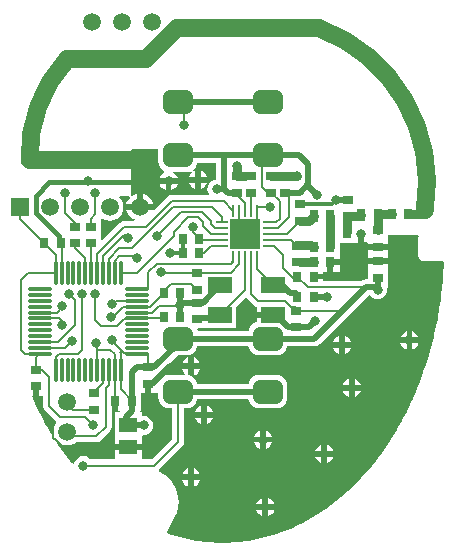
<source format=gtl>
%FSLAX44Y44*%
%MOMM*%
G71*
G01*
G75*
G04 Layer_Physical_Order=1*
G04 Layer_Color=255*
%ADD10C,1.5000*%
%ADD11R,0.8000X0.9000*%
%ADD12R,0.9000X0.8000*%
%ADD13R,1.0500X0.2500*%
%ADD14R,0.2500X1.0500*%
%ADD15R,2.5000X2.5000*%
%ADD16R,1.5000X1.3000*%
%ADD17R,0.8000X1.1000*%
%ADD18R,1.1000X0.8000*%
G04:AMPARAMS|DCode=19|XSize=2.5mm|YSize=2mm|CornerRadius=0.5mm|HoleSize=0mm|Usage=FLASHONLY|Rotation=0.000|XOffset=0mm|YOffset=0mm|HoleType=Round|Shape=RoundedRectangle|*
%AMROUNDEDRECTD19*
21,1,2.5000,1.0000,0,0,0.0*
21,1,1.5000,2.0000,0,0,0.0*
1,1,1.0000,0.7500,-0.5000*
1,1,1.0000,-0.7500,-0.5000*
1,1,1.0000,-0.7500,0.5000*
1,1,1.0000,0.7500,0.5000*
%
%ADD19ROUNDEDRECTD19*%
%ADD20R,2.0000X1.4000*%
%ADD21O,0.3000X2.1000*%
%ADD22O,2.1000X0.3000*%
%ADD23C,0.5000*%
%ADD24C,0.2000*%
%ADD25C,0.7500*%
%ADD26C,0.3000*%
%ADD27C,0.4000*%
%ADD28C,1.5000*%
%ADD29R,1.5000X1.5000*%
%ADD30C,0.8000*%
G36*
X945156Y1082806D02*
X945422Y1082500D01*
Y1072500D01*
X945732Y1070151D01*
X946638Y1067961D01*
X948081Y1066081D01*
X949961Y1064639D01*
X950423Y1064447D01*
X950423Y1063177D01*
X949966Y1062988D01*
X948294Y1061706D01*
X947012Y1060034D01*
X946376Y1058500D01*
X961624D01*
X960988Y1060034D01*
X959706Y1061706D01*
X958035Y1062988D01*
X958121Y1063422D01*
X969500D01*
X971850Y1063732D01*
X973400Y1064374D01*
X974035Y1063274D01*
X973294Y1062706D01*
X972012Y1061034D01*
X971376Y1059500D01*
X976500D01*
Y1064624D01*
X975604Y1064252D01*
X974969Y1065352D01*
X975919Y1066081D01*
X977362Y1067961D01*
X978268Y1070151D01*
X978373Y1070944D01*
X994444D01*
Y1056996D01*
X992912Y1056794D01*
X990965Y1055988D01*
X989294Y1054706D01*
X988012Y1053035D01*
X987206Y1051088D01*
X986931Y1049000D01*
X987206Y1046912D01*
X987934Y1045154D01*
X987228Y1044098D01*
X956636D01*
X954685Y1043710D01*
X953031Y1042605D01*
X942107Y1031680D01*
X940968Y1032242D01*
X940871Y1031500D01*
X918330D01*
X918396Y1030998D01*
X919555Y1028200D01*
X921398Y1025798D01*
X923800Y1023955D01*
X925276Y1023344D01*
X925028Y1022098D01*
X916157D01*
X914206Y1021710D01*
X912552Y1020605D01*
X897673Y1005726D01*
X896500Y1006212D01*
Y1009000D01*
Y1023977D01*
X897639Y1024539D01*
X898400Y1023955D01*
X901198Y1022796D01*
X904200Y1022401D01*
X907202Y1022796D01*
X910000Y1023955D01*
X912402Y1025798D01*
X914245Y1028200D01*
X915404Y1030998D01*
X915799Y1034000D01*
X915404Y1037002D01*
X914245Y1039800D01*
X912402Y1042202D01*
X912673Y1043000D01*
X920575D01*
X921136Y1041861D01*
X919555Y1039800D01*
X918396Y1037002D01*
X918330Y1036500D01*
X927100D01*
Y1045270D01*
X926598Y1045204D01*
X923800Y1044045D01*
X923139Y1043538D01*
X922000Y1044100D01*
Y1082098D01*
X922902Y1082992D01*
X945156Y1082806D01*
D02*
G37*
G36*
X844500Y874000D02*
X847902D01*
Y865000D01*
X848290Y863049D01*
X849395Y861395D01*
X858395Y852395D01*
X858851Y852091D01*
X859058Y850837D01*
X857955Y849400D01*
X856796Y846602D01*
X856401Y843600D01*
X856746Y840977D01*
X855549Y840552D01*
X854024Y843037D01*
X851876Y846670D01*
X849778Y850356D01*
X847731Y854094D01*
X845736Y857881D01*
X843793Y861719D01*
X841905Y865602D01*
X840069Y869534D01*
X838288Y873510D01*
X838611Y874000D01*
X839500D01*
Y882002D01*
X844500D01*
Y874000D01*
D02*
G37*
G36*
X1020234Y956636D02*
X1020395Y956395D01*
X1026395Y950395D01*
X1028049Y949290D01*
X1028500Y949200D01*
Y945000D01*
X1042503D01*
Y940000D01*
X1028500D01*
Y936314D01*
X1028150Y936268D01*
X1025961Y935361D01*
X1024081Y933919D01*
X1022638Y932039D01*
X1021732Y929849D01*
X1021627Y929056D01*
X978983D01*
X978384Y930176D01*
X978935Y931000D01*
X986500D01*
Y931500D01*
X1011500D01*
Y949290D01*
X1018970Y956761D01*
X1020234Y956636D01*
D02*
G37*
G36*
X1119500Y1003376D02*
X1121034Y1004012D01*
X1121361Y1004262D01*
X1122500Y1003701D01*
Y1002500D01*
X1139500D01*
Y1006000D01*
Y1010000D01*
X1164908D01*
X1165714Y1009018D01*
X1165412Y1007500D01*
Y992500D01*
X1165761Y990744D01*
X1166756Y989256D01*
X1168244Y988261D01*
X1170000Y987912D01*
X1186274D01*
X1187156Y986998D01*
X1187127Y986218D01*
X1186981Y983033D01*
X1186803Y979850D01*
X1186595Y976665D01*
X1186357Y973489D01*
X1186089Y970317D01*
X1185790Y967147D01*
X1185460Y963983D01*
X1185101Y960828D01*
X1184712Y957678D01*
X1184292Y954532D01*
X1183842Y951395D01*
X1183363Y948268D01*
X1182854Y945148D01*
X1182315Y942036D01*
X1181746Y938935D01*
X1181148Y935844D01*
X1180520Y932763D01*
X1179863Y929695D01*
X1179176Y926634D01*
X1178461Y923589D01*
X1177717Y920557D01*
X1176943Y917533D01*
X1176141Y914529D01*
X1175310Y911534D01*
X1174451Y908557D01*
X1173563Y905591D01*
X1172647Y902644D01*
X1171704Y899712D01*
X1170732Y896796D01*
X1169733Y893897D01*
X1168706Y891016D01*
X1167652Y888152D01*
X1166571Y885307D01*
X1165462Y882480D01*
X1164328Y879675D01*
X1163165Y876885D01*
X1161978Y874119D01*
X1160763Y871371D01*
X1159523Y868646D01*
X1158257Y865942D01*
X1156965Y863260D01*
X1155648Y860599D01*
X1154307Y857964D01*
X1152940Y855350D01*
X1151548Y852760D01*
X1150131Y850192D01*
X1148691Y847652D01*
X1147227Y845134D01*
X1145740Y842646D01*
X1144228Y840178D01*
X1142694Y837739D01*
X1141136Y835326D01*
X1139557Y832940D01*
X1137954Y830582D01*
X1136330Y828251D01*
X1134683Y825947D01*
X1133016Y823673D01*
X1131326Y821426D01*
X1129616Y819210D01*
X1127885Y817023D01*
X1126135Y814866D01*
X1124363Y812738D01*
X1122572Y810641D01*
X1120762Y808576D01*
X1118932Y806541D01*
X1117083Y804538D01*
X1115218Y802568D01*
X1113332Y800628D01*
X1111428Y798721D01*
X1109507Y796846D01*
X1107568Y795005D01*
X1105614Y793197D01*
X1103642Y791423D01*
X1101655Y789683D01*
X1099650Y787976D01*
X1097631Y786304D01*
X1095597Y784668D01*
X1093547Y783065D01*
X1091481Y781497D01*
X1089404Y779965D01*
X1087310Y778468D01*
X1085205Y777008D01*
X1083086Y775583D01*
X1080953Y774194D01*
X1078809Y772843D01*
X1076651Y771527D01*
X1074483Y770249D01*
X1072303Y769007D01*
X1070110Y767802D01*
X1067910Y766636D01*
X1065695Y765505D01*
X1063474Y764414D01*
X1061240Y763359D01*
X1058999Y762344D01*
X1056749Y761366D01*
X1054489Y760426D01*
X1052229Y759528D01*
X1048913Y758284D01*
X1045589Y757124D01*
X1042252Y756048D01*
X1038900Y755052D01*
X1035535Y754140D01*
X1032160Y753310D01*
X1028774Y752563D01*
X1025379Y751900D01*
X1021977Y751320D01*
X1018567Y750823D01*
X1015153Y750410D01*
X1011732Y750080D01*
X1008307Y749835D01*
X1004881Y749673D01*
X1001453Y749596D01*
X998024Y749602D01*
X994597Y749693D01*
X991169Y749867D01*
X987747Y750125D01*
X984327Y750467D01*
X980912Y750893D01*
X977504Y751403D01*
X974102Y751995D01*
X970708Y752672D01*
X967324Y753431D01*
X963951Y754274D01*
X960588Y755199D01*
X957238Y756207D01*
X953903Y757296D01*
X953463Y757451D01*
X952991Y758631D01*
X960638Y773638D01*
X960687Y773813D01*
X960789Y773965D01*
X960831Y774174D01*
X960831Y774175D01*
X960831Y774175D01*
X960819Y774201D01*
X961169Y775047D01*
X962224Y779441D01*
X962579Y783945D01*
X962224Y788450D01*
X961169Y792844D01*
X959440Y797018D01*
X957079Y800871D01*
X954145Y804307D01*
X950709Y807241D01*
X946856Y809602D01*
X945672Y810093D01*
X945547Y811357D01*
X945605Y811395D01*
X945605Y811395D01*
X945605Y811395D01*
X965605Y831395D01*
X966710Y833049D01*
X967098Y835000D01*
Y863422D01*
X969500D01*
X971850Y863732D01*
X974039Y864639D01*
X975919Y866081D01*
X977362Y867961D01*
X978268Y870151D01*
X978373Y870944D01*
X1021627D01*
X1021732Y870151D01*
X1022638Y867961D01*
X1024081Y866081D01*
X1025961Y864639D01*
X1028150Y863732D01*
X1030500Y863422D01*
X1045500D01*
X1047850Y863732D01*
X1050039Y864639D01*
X1051919Y866081D01*
X1053362Y867961D01*
X1054268Y870151D01*
X1054578Y872500D01*
Y882500D01*
X1054268Y884849D01*
X1053362Y887039D01*
X1051919Y888919D01*
X1050039Y890361D01*
X1047850Y891268D01*
X1045500Y891578D01*
X1030500D01*
X1028150Y891268D01*
X1025961Y890361D01*
X1024081Y888919D01*
X1022638Y887039D01*
X1021732Y884849D01*
X1021627Y884056D01*
X978373D01*
X978268Y884849D01*
X977362Y887039D01*
X975919Y888919D01*
X974039Y890361D01*
X973019Y890784D01*
X973000Y890930D01*
X973000D01*
X972511Y890995D01*
X971850Y891269D01*
X970500Y891447D01*
Y896500D01*
X965376D01*
X966012Y894966D01*
X967294Y893294D01*
X967964Y892780D01*
X967556Y891578D01*
X954500D01*
X952150Y891268D01*
X949961Y890361D01*
X948081Y888919D01*
X946703Y887122D01*
X945500Y887531D01*
Y890000D01*
Y892493D01*
X946636Y893364D01*
X961694Y908422D01*
X969500D01*
X971850Y908732D01*
X974039Y909639D01*
X975919Y911081D01*
X977362Y912961D01*
X978268Y915151D01*
X978373Y915944D01*
X1021627D01*
X1021732Y915151D01*
X1022638Y912961D01*
X1024081Y911081D01*
X1025961Y909639D01*
X1028150Y908732D01*
X1030500Y908422D01*
X1045500D01*
X1047850Y908732D01*
X1050039Y909639D01*
X1051919Y911081D01*
X1053362Y912961D01*
X1054268Y915151D01*
X1054373Y915944D01*
X1077343D01*
X1079040Y916167D01*
X1079695Y916439D01*
X1080621Y916822D01*
X1081979Y917864D01*
X1123361Y959246D01*
X1124628Y959163D01*
X1125294Y958294D01*
X1126965Y957012D01*
X1128912Y956206D01*
X1131000Y955931D01*
X1133088Y956206D01*
X1135034Y957012D01*
X1136706Y958294D01*
X1137988Y959966D01*
X1138794Y961912D01*
X1139069Y964000D01*
X1138896Y965312D01*
X1139500Y966000D01*
X1139500D01*
Y980000D01*
Y985500D01*
X1122500D01*
Y980000D01*
Y972556D01*
X1120843D01*
X1119146Y972333D01*
X1117565Y971678D01*
X1116886Y971157D01*
X1116809Y971098D01*
X1085000D01*
Y972500D01*
X1076997D01*
Y977500D01*
X1085000D01*
Y978500D01*
X1088500D01*
Y987003D01*
X1090997D01*
Y989500D01*
X1099000D01*
Y995500D01*
X1099000D01*
Y1003500D01*
X1113000D01*
Y1003500D01*
X1113460Y1003807D01*
X1114500Y1003376D01*
Y1011003D01*
X1119500D01*
Y1003376D01*
D02*
G37*
G36*
X939500Y876000D02*
X945422D01*
Y872500D01*
X945732Y870151D01*
X946638Y867961D01*
X948081Y866081D01*
X949961Y864639D01*
X952150Y863732D01*
X954500Y863422D01*
X956902D01*
Y837112D01*
X939888Y820098D01*
X931500D01*
Y828000D01*
X908500D01*
Y820098D01*
X888172D01*
X887706Y820706D01*
X886034Y821988D01*
X884088Y822794D01*
X882000Y823069D01*
X879912Y822794D01*
X877965Y821988D01*
X876294Y820706D01*
X875012Y819035D01*
X874206Y817088D01*
X874205Y817080D01*
X873621Y816598D01*
X872358Y816730D01*
X870401Y819188D01*
X867924Y822417D01*
X865491Y825707D01*
X863102Y829059D01*
X860762Y832467D01*
X859938Y833712D01*
X860867Y834578D01*
X862200Y833555D01*
X864998Y832396D01*
X868000Y832001D01*
X871002Y832396D01*
X873800Y833555D01*
X875555Y834902D01*
X893000D01*
X894951Y835290D01*
X896605Y836395D01*
X904605Y844395D01*
X905710Y846049D01*
X906098Y848000D01*
X906098Y848000D01*
X906098Y848000D01*
Y848000D01*
Y861500D01*
X906500D01*
Y870003D01*
X911500D01*
Y861500D01*
X912591D01*
X913153Y860361D01*
X912876Y860000D01*
X908500D01*
Y839000D01*
Y833000D01*
X931500D01*
Y839000D01*
Y840165D01*
X932455Y841003D01*
X933000Y840931D01*
X935088Y841206D01*
X937035Y842012D01*
X938706Y843294D01*
X939988Y844966D01*
X940794Y846912D01*
X941069Y849000D01*
X940794Y851088D01*
X939988Y853035D01*
X938706Y854706D01*
X937035Y855988D01*
X935088Y856794D01*
X933000Y857069D01*
X932455Y856997D01*
X931500Y857835D01*
Y860000D01*
X930387D01*
X929550Y860955D01*
X929556Y861000D01*
Y861500D01*
X931000D01*
Y876000D01*
X934500D01*
Y884003D01*
X939500D01*
Y876000D01*
D02*
G37*
%LPC*%
G36*
X1041624Y834500D02*
X1036500D01*
Y829376D01*
X1038035Y830012D01*
X1039706Y831294D01*
X1040988Y832965D01*
X1041624Y834500D01*
D02*
G37*
G36*
X986500Y865624D02*
Y860500D01*
X991624D01*
X990988Y862035D01*
X989706Y863706D01*
X988035Y864988D01*
X986500Y865624D01*
D02*
G37*
G36*
X1088500Y832624D02*
Y827500D01*
X1093624D01*
X1092988Y829035D01*
X1091706Y830706D01*
X1090034Y831988D01*
X1088500Y832624D01*
D02*
G37*
G36*
X1031500Y834500D02*
X1026376D01*
X1027012Y832965D01*
X1028294Y831294D01*
X1029966Y830012D01*
X1031500Y829376D01*
Y834500D01*
D02*
G37*
G36*
Y844624D02*
X1029966Y843988D01*
X1028294Y842706D01*
X1027012Y841034D01*
X1026376Y839500D01*
X1031500D01*
Y844624D01*
D02*
G37*
G36*
X991624Y855500D02*
X986500D01*
Y850376D01*
X988035Y851012D01*
X989706Y852294D01*
X990988Y853966D01*
X991624Y855500D01*
D02*
G37*
G36*
X981500D02*
X976376D01*
X977012Y853966D01*
X978294Y852294D01*
X979966Y851012D01*
X981500Y850376D01*
Y855500D01*
D02*
G37*
G36*
X1036500Y844624D02*
Y839500D01*
X1041624D01*
X1040988Y841034D01*
X1039706Y842706D01*
X1038035Y843988D01*
X1036500Y844624D01*
D02*
G37*
G36*
X981500Y865624D02*
X979966Y864988D01*
X978294Y863706D01*
X977012Y862035D01*
X976376Y860500D01*
X981500D01*
Y865624D01*
D02*
G37*
G36*
X1038500Y787624D02*
Y782500D01*
X1043624D01*
X1042988Y784035D01*
X1041706Y785706D01*
X1040034Y786988D01*
X1038500Y787624D01*
D02*
G37*
G36*
X970500Y802500D02*
X965376D01*
X966012Y800965D01*
X967294Y799294D01*
X968966Y798012D01*
X970500Y797376D01*
Y802500D01*
D02*
G37*
G36*
X1033500Y787624D02*
X1031965Y786988D01*
X1030294Y785706D01*
X1029012Y784035D01*
X1028376Y782500D01*
X1033500D01*
Y787624D01*
D02*
G37*
G36*
Y777500D02*
X1028376D01*
X1029012Y775965D01*
X1030294Y774294D01*
X1031965Y773012D01*
X1033500Y772376D01*
Y777500D01*
D02*
G37*
G36*
X1043624D02*
X1038500D01*
Y772376D01*
X1040034Y773012D01*
X1041706Y774294D01*
X1042988Y775965D01*
X1043624Y777500D01*
D02*
G37*
G36*
X980624Y802500D02*
X975500D01*
Y797376D01*
X977035Y798012D01*
X978706Y799294D01*
X979988Y800965D01*
X980624Y802500D01*
D02*
G37*
G36*
X1093624Y822500D02*
X1088500D01*
Y817376D01*
X1090034Y818012D01*
X1091706Y819294D01*
X1092988Y820965D01*
X1093624Y822500D01*
D02*
G37*
G36*
X1083500Y832624D02*
X1081965Y831988D01*
X1080294Y830706D01*
X1079012Y829035D01*
X1078376Y827500D01*
X1083500D01*
Y832624D01*
D02*
G37*
G36*
Y822500D02*
X1078376D01*
X1079012Y820965D01*
X1080294Y819294D01*
X1081965Y818012D01*
X1083500Y817376D01*
Y822500D01*
D02*
G37*
G36*
X970500Y812624D02*
X968966Y811988D01*
X967294Y810706D01*
X966012Y809035D01*
X965376Y807500D01*
X970500D01*
Y812624D01*
D02*
G37*
G36*
X975500D02*
Y807500D01*
X980624D01*
X979988Y809035D01*
X978706Y810706D01*
X977035Y811988D01*
X975500Y812624D01*
D02*
G37*
G36*
X1106500Y878500D02*
X1101376D01*
X1102012Y876965D01*
X1103294Y875294D01*
X1104966Y874012D01*
X1106500Y873376D01*
Y878500D01*
D02*
G37*
G36*
X1099000Y984500D02*
X1093500D01*
Y978500D01*
X1099000D01*
Y984500D01*
D02*
G37*
G36*
X1139500Y997500D02*
X1122500D01*
Y992000D01*
Y990500D01*
X1139500D01*
Y992000D01*
Y997500D01*
D02*
G37*
G36*
X1160500Y928624D02*
Y923500D01*
X1165624D01*
X1164988Y925034D01*
X1163706Y926706D01*
X1162035Y927988D01*
X1160500Y928624D01*
D02*
G37*
G36*
X1103500Y924624D02*
Y919500D01*
X1108624D01*
X1107988Y921034D01*
X1106706Y922706D01*
X1105034Y923988D01*
X1103500Y924624D01*
D02*
G37*
G36*
X1155500Y928624D02*
X1153966Y927988D01*
X1152294Y926706D01*
X1151012Y925034D01*
X1150376Y923500D01*
X1155500D01*
Y928624D01*
D02*
G37*
G36*
X932100Y1045270D02*
Y1036500D01*
X940870D01*
X940804Y1037002D01*
X939645Y1039800D01*
X937802Y1042202D01*
X935400Y1044045D01*
X932602Y1045204D01*
X932100Y1045270D01*
D02*
G37*
G36*
X986624Y1054500D02*
X981500D01*
Y1049376D01*
X983035Y1050012D01*
X984706Y1051294D01*
X985988Y1052965D01*
X986624Y1054500D01*
D02*
G37*
G36*
X981500Y1064624D02*
Y1059500D01*
X986624D01*
X985988Y1061034D01*
X984706Y1062706D01*
X983035Y1063988D01*
X981500Y1064624D01*
D02*
G37*
G36*
X976500Y1054500D02*
X971376D01*
X972012Y1052965D01*
X973294Y1051294D01*
X974966Y1050012D01*
X976500Y1049376D01*
Y1054500D01*
D02*
G37*
G36*
X951500Y1053500D02*
X946376D01*
X947012Y1051965D01*
X948294Y1050294D01*
X949966Y1049012D01*
X951500Y1048376D01*
Y1053500D01*
D02*
G37*
G36*
X961624D02*
X956500D01*
Y1048376D01*
X958035Y1049012D01*
X959706Y1050294D01*
X960988Y1051965D01*
X961624Y1053500D01*
D02*
G37*
G36*
X980624Y896500D02*
X975500D01*
Y891376D01*
X977035Y892012D01*
X978706Y893294D01*
X979988Y894966D01*
X980624Y896500D01*
D02*
G37*
G36*
X970500Y906624D02*
X968966Y905988D01*
X967294Y904706D01*
X966012Y903035D01*
X965376Y901500D01*
X970500D01*
Y906624D01*
D02*
G37*
G36*
X1111500Y888624D02*
Y883500D01*
X1116624D01*
X1115988Y885034D01*
X1114706Y886706D01*
X1113035Y887988D01*
X1111500Y888624D01*
D02*
G37*
G36*
X1116624Y878500D02*
X1111500D01*
Y873376D01*
X1113035Y874012D01*
X1114706Y875294D01*
X1115988Y876965D01*
X1116624Y878500D01*
D02*
G37*
G36*
X1106500Y888624D02*
X1104966Y887988D01*
X1103294Y886706D01*
X1102012Y885034D01*
X1101376Y883500D01*
X1106500D01*
Y888624D01*
D02*
G37*
G36*
X975500Y906624D02*
Y901500D01*
X980624D01*
X979988Y903035D01*
X978706Y904706D01*
X977035Y905988D01*
X975500Y906624D01*
D02*
G37*
G36*
X1165624Y918500D02*
X1160500D01*
Y913376D01*
X1162035Y914012D01*
X1163706Y915294D01*
X1164988Y916965D01*
X1165624Y918500D01*
D02*
G37*
G36*
X1098500Y924624D02*
X1096965Y923988D01*
X1095294Y922706D01*
X1094012Y921034D01*
X1093376Y919500D01*
X1098500D01*
Y924624D01*
D02*
G37*
G36*
X1155500Y918500D02*
X1150376D01*
X1151012Y916965D01*
X1152294Y915294D01*
X1153966Y914012D01*
X1155500Y913376D01*
Y918500D01*
D02*
G37*
G36*
X1098500Y914500D02*
X1093376D01*
X1094012Y912965D01*
X1095294Y911294D01*
X1096965Y910012D01*
X1098500Y909376D01*
Y914500D01*
D02*
G37*
G36*
X1108624D02*
X1103500D01*
Y909376D01*
X1105034Y910012D01*
X1106706Y911294D01*
X1107988Y912965D01*
X1108624Y914500D01*
D02*
G37*
%LPD*%
D10*
X868073Y1158934D02*
G03*
X836382Y1073981I88254J-81310D01*
G01*
X1171000Y1031000D02*
G03*
X1080788Y1185572I-138095J23015D01*
G01*
X935000Y1159000D02*
X961572Y1185572D01*
X868000Y1159000D02*
X935000D01*
X836382Y1073981D02*
X932019D01*
X961572Y1185572D02*
X1080788D01*
D11*
X1077000Y987000D02*
D03*
X1091000D02*
D03*
X1091000Y1000000D02*
D03*
X1077000D02*
D03*
X1063000Y958000D02*
D03*
X1077000D02*
D03*
X1077000Y975000D02*
D03*
X1063000D02*
D03*
X849000Y1003000D02*
D03*
X863000D02*
D03*
X923000Y870000D02*
D03*
X909000D02*
D03*
X950000Y961000D02*
D03*
X964000D02*
D03*
X1143000Y1028000D02*
D03*
X1157000D02*
D03*
X950000Y941000D02*
D03*
X964000D02*
D03*
X980000Y995000D02*
D03*
X966000D02*
D03*
X966000Y1007000D02*
D03*
X980000D02*
D03*
D12*
X1062000Y932000D02*
D03*
Y946000D02*
D03*
X937000Y898000D02*
D03*
Y884000D02*
D03*
X842000Y896000D02*
D03*
Y882000D02*
D03*
X891000Y862000D02*
D03*
Y876000D02*
D03*
X1065000Y1036000D02*
D03*
Y1022000D02*
D03*
X1106000Y1040000D02*
D03*
Y1026000D02*
D03*
X1131000Y1000000D02*
D03*
Y1014000D02*
D03*
Y974000D02*
D03*
Y988000D02*
D03*
X1024000Y1060000D02*
D03*
Y1046000D02*
D03*
X978000Y939000D02*
D03*
Y953000D02*
D03*
X875000Y1017000D02*
D03*
Y1003000D02*
D03*
X888000Y1017000D02*
D03*
Y1003000D02*
D03*
X1053000Y1060000D02*
D03*
Y1046000D02*
D03*
X1041000Y1060000D02*
D03*
Y1046000D02*
D03*
X1012000Y1060000D02*
D03*
Y1046000D02*
D03*
X978000Y978000D02*
D03*
Y964000D02*
D03*
D13*
X999250Y1021000D02*
D03*
Y1016000D02*
D03*
Y1011000D02*
D03*
Y1006000D02*
D03*
Y1001000D02*
D03*
X1038750D02*
D03*
Y1006000D02*
D03*
Y1011000D02*
D03*
Y1016000D02*
D03*
Y1021000D02*
D03*
D14*
X1009000Y991250D02*
D03*
X1014000D02*
D03*
X1019000D02*
D03*
X1024000D02*
D03*
X1029000D02*
D03*
Y1030750D02*
D03*
X1024000D02*
D03*
X1019000D02*
D03*
X1014000D02*
D03*
X1009000D02*
D03*
D15*
X1019000Y1011000D02*
D03*
D16*
X920000Y830500D02*
D03*
Y849500D02*
D03*
D17*
X1091000Y1026000D02*
D03*
X1077000D02*
D03*
X1105000Y1013000D02*
D03*
X1091000D02*
D03*
X1131000Y1027000D02*
D03*
X1117000D02*
D03*
D18*
X1064000Y987000D02*
D03*
Y1001000D02*
D03*
D19*
X962000Y922500D02*
D03*
X1038000D02*
D03*
Y877500D02*
D03*
X962000D02*
D03*
X1038000Y1077500D02*
D03*
X962000D02*
D03*
Y1122500D02*
D03*
X1038000D02*
D03*
D20*
X997500Y967500D02*
D03*
X1042500D02*
D03*
Y942500D02*
D03*
X997500D02*
D03*
D21*
X913500Y896000D02*
D03*
X908500D02*
D03*
X903500D02*
D03*
X898500D02*
D03*
X893500D02*
D03*
X888500D02*
D03*
X883500D02*
D03*
X878500D02*
D03*
X873500D02*
D03*
X868500D02*
D03*
X863500D02*
D03*
X858500D02*
D03*
Y978000D02*
D03*
X863500D02*
D03*
X868500D02*
D03*
X873500D02*
D03*
X878500D02*
D03*
X883500D02*
D03*
X888500D02*
D03*
X893500D02*
D03*
X898500D02*
D03*
X903500D02*
D03*
X908500D02*
D03*
X913500D02*
D03*
D22*
X845000Y909500D02*
D03*
Y914500D02*
D03*
Y919500D02*
D03*
Y924500D02*
D03*
Y929500D02*
D03*
Y934500D02*
D03*
Y939500D02*
D03*
Y944500D02*
D03*
Y949500D02*
D03*
Y954500D02*
D03*
Y959500D02*
D03*
Y964500D02*
D03*
X927000D02*
D03*
Y959500D02*
D03*
Y954500D02*
D03*
Y949500D02*
D03*
Y944500D02*
D03*
Y939500D02*
D03*
Y934500D02*
D03*
Y929500D02*
D03*
Y924500D02*
D03*
Y919500D02*
D03*
Y914500D02*
D03*
Y909500D02*
D03*
D23*
X1001000Y1049000D02*
Y1077500D01*
X962000Y1122500D02*
X1035500D01*
X962000Y877500D02*
X1038000D01*
X927000Y898000D02*
X937000D01*
X923000Y894000D02*
X927000Y898000D01*
X923000Y870000D02*
Y894000D01*
Y861000D02*
Y870000D01*
X918000Y856000D02*
X923000Y861000D01*
X918000Y849500D02*
Y856000D01*
Y849500D02*
X932500D01*
X964000Y951000D02*
Y961000D01*
Y950000D02*
Y951000D01*
Y941000D02*
Y950000D01*
X967000Y953000D02*
X978000D01*
X1072000Y1052000D02*
Y1053000D01*
Y1052000D02*
X1080000Y1044000D01*
X1129000Y966000D02*
X1131000Y964000D01*
X962000Y922500D02*
X1038000D01*
X1131000Y964000D02*
Y974000D01*
X1131000Y974000D02*
X1131000Y974000D01*
X995000Y1049000D02*
X1001000D01*
X1053000Y1046000D02*
X1065000D01*
X1072000Y1053000D01*
Y1070000D01*
X1064500Y1077500D02*
X1072000Y1070000D01*
X1039500Y1077500D02*
X1064500D01*
X1001000D02*
X1038000D01*
X962000D02*
X1001000D01*
Y1049000D02*
X1004000Y1046000D01*
X1012000D01*
X995000Y940000D02*
X997500Y942500D01*
X978000Y940000D02*
X995000D01*
X1042500Y967500D02*
X1050500D01*
X1057000Y961000D01*
X1062000D01*
X1096000Y1040000D02*
X1106000D01*
X1096000Y1040000D02*
X1096000Y1040000D01*
X978000Y953000D02*
X983000D01*
X997500Y967500D01*
X1055142Y932000D02*
X1062000D01*
X1044642Y942500D02*
X1055142Y932000D01*
X1042500Y942500D02*
X1044642D01*
X1077000Y958000D02*
X1088000D01*
X1088000Y958000D01*
X1038000Y922500D02*
X1077343D01*
X1120843Y966000D01*
X1129000D01*
X1062000Y932000D02*
X1073000D01*
X1078000Y937000D01*
X937000Y898000D02*
X942000D01*
X962000Y918000D01*
Y922500D01*
X937000Y884000D02*
X940000D01*
X955000Y899000D01*
X973000D01*
X964000Y950000D02*
X967000Y953000D01*
D24*
X1058000Y949000D02*
X1062000D01*
X975000Y1013000D02*
X982000Y1006000D01*
X905000Y942000D02*
X908000D01*
X893000Y840000D02*
X901000Y848000D01*
X869600Y840000D02*
X893000D01*
X867000Y842600D02*
X869600Y840000D01*
X883000Y856000D02*
X890000Y849000D01*
X862000Y856000D02*
X883000D01*
X853000Y865000D02*
X862000Y856000D01*
X853000Y865000D02*
Y890000D01*
X847000Y896000D02*
X853000Y890000D01*
X842000Y896000D02*
X847000D01*
X901000Y848000D02*
Y881000D01*
X906000Y920136D02*
X916136Y910000D01*
X913000Y911000D02*
X913500Y910500D01*
Y896000D02*
Y910500D01*
X926500Y910000D02*
X927000Y909500D01*
X916136Y910000D02*
X926500D01*
X906000Y920136D02*
Y921000D01*
X905000Y940607D02*
X905107Y940500D01*
X905000Y940607D02*
Y942000D01*
X908000D02*
X915500Y949500D01*
X927000D01*
X897000Y933000D02*
X910136D01*
X892000Y938000D02*
X897000Y933000D01*
X892000Y938000D02*
Y960000D01*
X910136Y933000D02*
X916136Y939000D01*
X926500D02*
X927000Y939500D01*
X916136Y939000D02*
X926500D01*
X835000Y978000D02*
X858500D01*
X829000Y972000D02*
X835000Y978000D01*
X829000Y913000D02*
Y972000D01*
Y913000D02*
X832500Y909500D01*
X845000D01*
X871902Y959998D02*
Y960000D01*
X870750Y959750D02*
X873500Y957000D01*
X870502Y959998D02*
X870750Y959750D01*
X870000Y959500D02*
X870498Y959998D01*
X870750Y959750D02*
X870998Y959998D01*
X870000Y959000D02*
X870750Y959750D01*
X870498Y959998D02*
X870500Y960000D01*
X870998Y959998D02*
X871000Y960000D01*
X870500Y960000D02*
X870502Y959998D01*
X870998D02*
X871902D01*
X870502D02*
X870998D01*
X870498D02*
X870502D01*
X869998D02*
X870498D01*
X875000Y934000D02*
Y955393D01*
X873500Y956893D02*
X875000Y955393D01*
X873500Y956893D02*
Y957000D01*
X860500Y919500D02*
X875000Y934000D01*
X871000Y960000D02*
X871902D01*
X870000Y959000D02*
Y959500D01*
X845000Y919500D02*
X860500D01*
X881000Y960000D02*
Y961000D01*
X858500Y896000D02*
X859000Y896500D01*
X909500Y954500D02*
X927000D01*
X875000Y1017000D02*
Y1020000D01*
X888000Y1017000D02*
Y1024000D01*
X864000Y949000D02*
Y950000D01*
Y934000D02*
Y937000D01*
X962000Y835000D02*
Y877500D01*
X942000Y815000D02*
X962000Y835000D01*
X882000Y815000D02*
X942000D01*
X859500Y944500D02*
X864000Y949000D01*
X845000Y944500D02*
X859500D01*
X861500Y939500D02*
X864000Y937000D01*
X845000Y939500D02*
X861500D01*
X863000Y1003000D02*
X863500Y1002500D01*
Y978000D02*
Y1002500D01*
X849000Y1003000D02*
X858500Y993500D01*
Y978000D02*
Y993500D01*
X842000Y906500D02*
X845000Y909500D01*
X842000Y896000D02*
Y906500D01*
X932500Y849500D02*
X933000Y849000D01*
X936500Y909500D02*
X937000Y909000D01*
X927000Y909500D02*
X936500D01*
X935000Y896000D02*
X937000Y898000D01*
X908500Y870500D02*
X909000Y870000D01*
X908500Y870500D02*
Y896000D01*
X913500Y879500D02*
X923000Y870000D01*
X913500Y879500D02*
Y896000D01*
X937000Y898000D02*
Y909000D01*
X973000Y969000D02*
X978000Y964000D01*
X956000Y969000D02*
X973000D01*
X950000Y963000D02*
X956000Y969000D01*
X950000Y961000D02*
Y963000D01*
X938500Y949500D02*
X950000Y961000D01*
X927000Y949500D02*
X938500D01*
X940050Y944500D02*
X945550Y950000D01*
X927000Y944500D02*
X940050D01*
X927000Y939500D02*
X948500D01*
X1062000Y946000D02*
X1101000D01*
X1053000Y954000D02*
X1058000Y949000D01*
X1072000Y966000D02*
X1120843D01*
X1063000Y975000D02*
X1072000Y966000D01*
X1059000Y974000D02*
X1062000D01*
X1058000Y1006000D02*
X1062000Y1002000D01*
X1030000Y954000D02*
X1053000D01*
X975000Y1017000D02*
Y1018000D01*
Y1013000D02*
Y1017000D01*
X974998Y1017002D02*
X975000Y1017000D01*
X1033000Y1051000D02*
Y1072000D01*
Y1051000D02*
X1038000Y1046000D01*
X1041000D01*
X867000Y868000D02*
X873000Y862000D01*
X891000D01*
Y876000D02*
Y877364D01*
X898500Y884864D01*
Y896000D01*
X901000Y881000D02*
X903500Y883500D01*
Y896000D01*
X875000Y999000D02*
Y1003000D01*
Y999000D02*
X883500Y990500D01*
Y978000D02*
Y990500D01*
X888000Y1003000D02*
X888500Y1002500D01*
Y978000D02*
Y1002500D01*
X948000Y978500D02*
X948500Y978000D01*
X978000D01*
X936500Y978500D02*
X944000Y986000D01*
X936500Y964500D02*
Y978500D01*
X944000Y986000D02*
X1007000D01*
X925996Y992000D02*
X926998Y990998D01*
X912000Y992000D02*
X925996D01*
X908500Y988500D02*
X912000Y992000D01*
X908500Y978000D02*
Y988500D01*
X970550Y1025000D02*
X979310D01*
X958500Y1012950D02*
X970550Y1025000D01*
X958500Y1009500D02*
Y1012950D01*
X927000Y978000D02*
X958500Y1009500D01*
X913500Y978000D02*
X927000D01*
X956636Y1039000D02*
X1000750D01*
X934636Y1017000D02*
X956636Y1039000D01*
X916157Y1017000D02*
X934636D01*
X958000Y1034000D02*
X991000D01*
X922998Y998998D02*
X958000Y1034000D01*
X912297Y998998D02*
X922998D01*
X944000Y1009000D02*
X964500Y1029500D01*
X982500D01*
X979310Y1025000D02*
X983000Y1021310D01*
X974998Y1017002D02*
Y1017998D01*
X983000Y1018157D02*
Y1021310D01*
Y1018157D02*
X990157Y1011000D01*
X982500Y1029500D02*
X990000Y1022000D01*
Y1019507D02*
Y1022000D01*
Y1019507D02*
X993507Y1016000D01*
X999250D01*
X991000Y1034000D02*
X999250Y1025750D01*
X1000750Y1039000D02*
X1009000Y1030750D01*
X999250Y1021000D02*
Y1025750D01*
X990157Y1011000D02*
X999250D01*
X995000Y1021000D02*
X999250D01*
X974998Y1017998D02*
X975000Y1018000D01*
X999250Y1021000D02*
X999250Y1021000D01*
X903500Y990201D02*
X912297Y998998D01*
X903500Y978000D02*
Y990201D01*
X917996Y1010000D02*
X919998Y1007998D01*
X916228Y1010000D02*
X917996D01*
X898500Y992272D02*
X916228Y1010000D01*
X898500Y978000D02*
Y992272D01*
X978000Y978000D02*
X1006493D01*
X1014000Y985507D01*
Y991250D01*
X1014000Y991250D01*
X1009000Y988000D02*
Y991250D01*
X1007000Y986000D02*
X1009000Y988000D01*
X927000Y964500D02*
X936500D01*
X981000Y995000D02*
X984000D01*
X990000Y1001000D01*
X999250D01*
X982000Y1006000D02*
X999250D01*
X893500Y994343D02*
X916157Y1017000D01*
X893500Y978000D02*
Y994343D01*
X1012000Y1043843D02*
Y1046000D01*
Y1043843D02*
X1019000Y1036843D01*
Y1030750D02*
Y1036843D01*
X1039996Y1034000D02*
X1039998Y1033998D01*
X1029000Y1030750D02*
Y1034000D01*
X1048000Y1024000D02*
Y1039000D01*
X1045000Y1021000D02*
X1048000Y1024000D01*
X1038750Y1021000D02*
X1045000D01*
X1041000Y1046000D02*
X1048000Y1039000D01*
X1053000Y1046000D02*
X1056000Y1043000D01*
Y1025000D02*
Y1043000D01*
X1047000Y1016000D02*
X1056000Y1025000D01*
X1024000Y1046000D02*
X1024000Y1046000D01*
X1024000Y1030750D02*
Y1046000D01*
X1029000Y1021000D02*
Y1030750D01*
X1038750Y1016000D02*
X1047000D01*
X1051000Y982000D02*
X1059000Y974000D01*
X1051000Y982000D02*
Y993000D01*
X1043000Y1001000D02*
X1051000Y993000D01*
X1038750Y1001000D02*
X1043000D01*
X1024000Y960000D02*
X1030000Y954000D01*
X1024000Y960000D02*
Y991250D01*
X997500Y942500D02*
X1019000Y964000D01*
Y991250D01*
X1029000Y981000D02*
X1042500Y967500D01*
X1029000Y981000D02*
Y991250D01*
X1054000Y1011000D02*
X1065000Y1022000D01*
X1038750Y1011000D02*
X1054000D01*
X1038750Y1006000D02*
X1058000D01*
X967000Y1103000D02*
Y1120000D01*
X880000Y817000D02*
X882000Y815000D01*
X856519Y838629D02*
X858810Y836338D01*
Y836190D02*
Y836338D01*
X854000Y847000D02*
X856519Y844481D01*
Y838629D02*
Y844481D01*
X858810Y836190D02*
X866000Y829000D01*
X893000Y919000D02*
X893500Y918500D01*
X908500Y896000D02*
Y909000D01*
X904500Y913000D02*
X908500Y909000D01*
X893500Y896000D02*
Y913000D01*
Y918500D01*
Y913000D02*
X904500D01*
X881000D02*
Y960000D01*
X877500Y909500D02*
X881000Y913000D01*
X859000Y896500D02*
Y906864D01*
X861636Y909500D01*
X865364D01*
X870364D02*
X877500D01*
X865364D02*
X870364D01*
X845000Y914500D02*
X866500D01*
X872000Y920000D01*
X888000Y1024000D02*
X892000Y1028000D01*
Y1046000D01*
X866000Y1029000D02*
X875000Y1020000D01*
X866000Y1029000D02*
Y1046000D01*
X828000Y1024000D02*
Y1034000D01*
Y1024000D02*
X849000Y1003000D01*
X1019000Y1011000D02*
X1029000Y1021000D01*
X945550Y950000D02*
X964000D01*
X1014000Y1016000D02*
Y1030750D01*
X1029000Y1034000D02*
X1039996D01*
D25*
X1075000Y1002000D02*
X1077000Y1000000D01*
X1062000Y1002000D02*
X1075000D01*
X1065000Y987000D02*
X1077000D01*
X1053000Y1060000D02*
X1063000D01*
X1041000D02*
X1053000D01*
X1012000D02*
Y1068750D01*
Y1060000D02*
X1019000D01*
X1038000Y1077500D02*
X1039500D01*
X1041000Y1079000D01*
X1073000Y1022000D02*
X1077000Y1026000D01*
X1065000Y1022000D02*
X1073000D01*
X1091000Y1000000D02*
X1091000Y1000000D01*
Y1013000D01*
Y1026000D01*
X1106000Y1026000D02*
X1106000Y1026000D01*
X1115000D01*
X1116000Y1027000D01*
X1117000D01*
X1105000Y1025000D02*
X1106000Y1026000D01*
X1105000Y1013000D02*
Y1025000D01*
X1131000Y1014000D02*
X1131000Y1014000D01*
Y1027000D01*
X1132000Y1028000D01*
X1143000D01*
X1157000D02*
X1168000D01*
X1171000Y1031000D01*
D26*
X1065000Y1036000D02*
X1092000D01*
X1096000Y1040000D01*
X955000Y995000D02*
X966000D01*
X955000Y995000D02*
X955000Y995000D01*
X966000Y995000D02*
Y1007000D01*
X966000Y995000D02*
X966000Y995000D01*
D27*
X861000Y1005000D02*
X863000Y1003000D01*
X841400Y1029029D02*
X861000Y1009429D01*
X841400Y1029029D02*
Y1043600D01*
X852800Y1055000D01*
X861000Y1005000D02*
Y1009429D01*
X852800Y1055000D02*
X928000D01*
D28*
X868000Y843600D02*
D03*
Y869000D02*
D03*
X914600Y1190600D02*
D03*
X940000D02*
D03*
X889200D02*
D03*
X853400Y1034000D02*
D03*
X878800D02*
D03*
X904200D02*
D03*
X929600D02*
D03*
D29*
X828000D02*
D03*
D30*
X890000Y849000D02*
D03*
X906000Y921000D02*
D03*
X905107Y940500D02*
D03*
X869998Y959998D02*
D03*
X881000Y960000D02*
D03*
X892000D02*
D03*
X906000Y952000D02*
D03*
X864000Y950000D02*
D03*
Y934000D02*
D03*
X933000Y849000D02*
D03*
X964000Y951000D02*
D03*
X1080000Y1044000D02*
D03*
X1131000Y964000D02*
D03*
X995000Y1049000D02*
D03*
X1063000Y1060000D02*
D03*
X1012000Y1068750D02*
D03*
X948000Y978500D02*
D03*
X926998Y990998D02*
D03*
X944000Y1009000D02*
D03*
X975000Y1017000D02*
D03*
X919998Y1007998D02*
D03*
X1039998Y1033998D02*
D03*
X1013000Y1017000D02*
D03*
X1025000D02*
D03*
X1013000Y1005000D02*
D03*
X1025000D02*
D03*
X1096000Y1040000D02*
D03*
X955000Y995000D02*
D03*
X1088000Y958000D02*
D03*
X1101000Y917000D02*
D03*
X1109000Y881000D02*
D03*
X1158000Y921000D02*
D03*
X1086000Y825000D02*
D03*
X1034000Y837000D02*
D03*
X1036000Y780000D02*
D03*
X973000Y805000D02*
D03*
X984000Y858000D02*
D03*
X973000Y899000D02*
D03*
X1117000Y1011000D02*
D03*
X1078000Y937000D02*
D03*
X967000Y1103000D02*
D03*
X979000Y1057000D02*
D03*
X954000Y1056000D02*
D03*
X882000Y815000D02*
D03*
X893000Y919000D02*
D03*
X872000Y920000D02*
D03*
X866000Y1046000D02*
D03*
X892000D02*
D03*
X885998Y1055998D02*
D03*
X1170995Y1031005D02*
D03*
X1168000Y1092000D02*
D03*
X1138000Y1147000D02*
D03*
X961000Y1185577D02*
D03*
X935000Y1161000D02*
D03*
X913000Y1159000D02*
D03*
X881000Y1158930D02*
D03*
X836385Y1073976D02*
D03*
X877814D02*
D03*
X914000Y1074000D02*
D03*
X1023000Y1185577D02*
D03*
X1080783D02*
D03*
X854000Y1140000D02*
D03*
M02*

</source>
